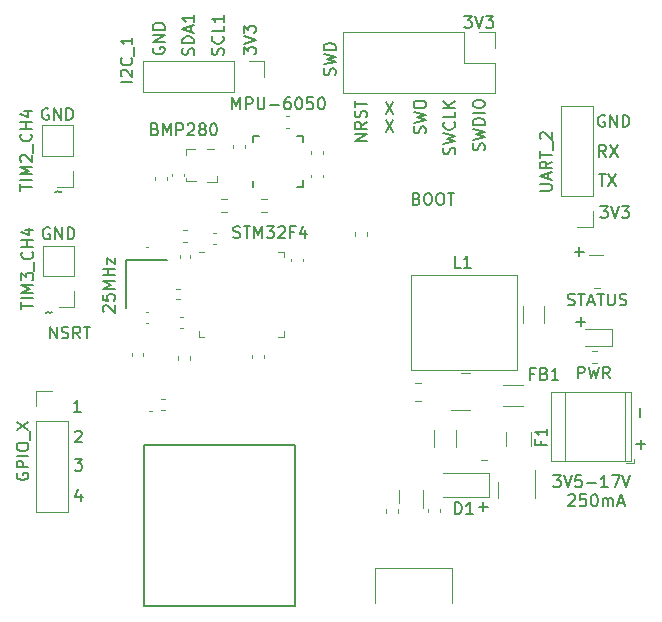
<source format=gbr>
%TF.GenerationSoftware,KiCad,Pcbnew,(6.0.7)*%
%TF.CreationDate,2022-09-16T23:20:04-07:00*%
%TF.ProjectId,All-in-one,416c6c2d-696e-42d6-9f6e-652e6b696361,rev?*%
%TF.SameCoordinates,Original*%
%TF.FileFunction,Legend,Top*%
%TF.FilePolarity,Positive*%
%FSLAX46Y46*%
G04 Gerber Fmt 4.6, Leading zero omitted, Abs format (unit mm)*
G04 Created by KiCad (PCBNEW (6.0.7)) date 2022-09-16 23:20:04*
%MOMM*%
%LPD*%
G01*
G04 APERTURE LIST*
%ADD10C,0.150000*%
%ADD11C,0.153000*%
%ADD12C,0.120000*%
%ADD13C,0.152400*%
%ADD14C,0.100000*%
%ADD15C,0.200000*%
G04 APERTURE END LIST*
D10*
X69123809Y-42204761D02*
X69266666Y-42252380D01*
X69504761Y-42252380D01*
X69600000Y-42204761D01*
X69647619Y-42157142D01*
X69695238Y-42061904D01*
X69695238Y-41966666D01*
X69647619Y-41871428D01*
X69600000Y-41823809D01*
X69504761Y-41776190D01*
X69314285Y-41728571D01*
X69219047Y-41680952D01*
X69171428Y-41633333D01*
X69123809Y-41538095D01*
X69123809Y-41442857D01*
X69171428Y-41347619D01*
X69219047Y-41300000D01*
X69314285Y-41252380D01*
X69552380Y-41252380D01*
X69695238Y-41300000D01*
X69980952Y-41252380D02*
X70552380Y-41252380D01*
X70266666Y-42252380D02*
X70266666Y-41252380D01*
X70838095Y-41966666D02*
X71314285Y-41966666D01*
X70742857Y-42252380D02*
X71076190Y-41252380D01*
X71409523Y-42252380D01*
X71600000Y-41252380D02*
X72171428Y-41252380D01*
X71885714Y-42252380D02*
X71885714Y-41252380D01*
X72504761Y-41252380D02*
X72504761Y-42061904D01*
X72552380Y-42157142D01*
X72600000Y-42204761D01*
X72695238Y-42252380D01*
X72885714Y-42252380D01*
X72980952Y-42204761D01*
X73028571Y-42157142D01*
X73076190Y-42061904D01*
X73076190Y-41252380D01*
X73504761Y-42204761D02*
X73647619Y-42252380D01*
X73885714Y-42252380D01*
X73980952Y-42204761D01*
X74028571Y-42157142D01*
X74076190Y-42061904D01*
X74076190Y-41966666D01*
X74028571Y-41871428D01*
X73980952Y-41823809D01*
X73885714Y-41776190D01*
X73695238Y-41728571D01*
X73600000Y-41680952D01*
X73552380Y-41633333D01*
X73504761Y-41538095D01*
X73504761Y-41442857D01*
X73552380Y-41347619D01*
X73600000Y-41300000D01*
X73695238Y-41252380D01*
X73933333Y-41252380D01*
X74076190Y-41300000D01*
X22852380Y-42552380D02*
X22852380Y-41980952D01*
X23852380Y-42266666D02*
X22852380Y-42266666D01*
X23852380Y-41647619D02*
X22852380Y-41647619D01*
X23852380Y-41171428D02*
X22852380Y-41171428D01*
X23566666Y-40838095D01*
X22852380Y-40504761D01*
X23852380Y-40504761D01*
X22852380Y-40123809D02*
X22852380Y-39504761D01*
X23233333Y-39838095D01*
X23233333Y-39695238D01*
X23280952Y-39600000D01*
X23328571Y-39552380D01*
X23423809Y-39504761D01*
X23661904Y-39504761D01*
X23757142Y-39552380D01*
X23804761Y-39600000D01*
X23852380Y-39695238D01*
X23852380Y-39980952D01*
X23804761Y-40076190D01*
X23757142Y-40123809D01*
X23947619Y-39314285D02*
X23947619Y-38552380D01*
X23757142Y-37742857D02*
X23804761Y-37790476D01*
X23852380Y-37933333D01*
X23852380Y-38028571D01*
X23804761Y-38171428D01*
X23709523Y-38266666D01*
X23614285Y-38314285D01*
X23423809Y-38361904D01*
X23280952Y-38361904D01*
X23090476Y-38314285D01*
X22995238Y-38266666D01*
X22900000Y-38171428D01*
X22852380Y-38028571D01*
X22852380Y-37933333D01*
X22900000Y-37790476D01*
X22947619Y-37742857D01*
X23852380Y-37314285D02*
X22852380Y-37314285D01*
X23328571Y-37314285D02*
X23328571Y-36742857D01*
X23852380Y-36742857D02*
X22852380Y-36742857D01*
X23185714Y-35838095D02*
X23852380Y-35838095D01*
X22804761Y-36076190D02*
X23519047Y-36314285D01*
X23519047Y-35695238D01*
X22752380Y-32552380D02*
X22752380Y-31980952D01*
X23752380Y-32266666D02*
X22752380Y-32266666D01*
X23752380Y-31647619D02*
X22752380Y-31647619D01*
X23752380Y-31171428D02*
X22752380Y-31171428D01*
X23466666Y-30838095D01*
X22752380Y-30504761D01*
X23752380Y-30504761D01*
X22847619Y-30076190D02*
X22800000Y-30028571D01*
X22752380Y-29933333D01*
X22752380Y-29695238D01*
X22800000Y-29600000D01*
X22847619Y-29552380D01*
X22942857Y-29504761D01*
X23038095Y-29504761D01*
X23180952Y-29552380D01*
X23752380Y-30123809D01*
X23752380Y-29504761D01*
X23847619Y-29314285D02*
X23847619Y-28552380D01*
X23657142Y-27742857D02*
X23704761Y-27790476D01*
X23752380Y-27933333D01*
X23752380Y-28028571D01*
X23704761Y-28171428D01*
X23609523Y-28266666D01*
X23514285Y-28314285D01*
X23323809Y-28361904D01*
X23180952Y-28361904D01*
X22990476Y-28314285D01*
X22895238Y-28266666D01*
X22800000Y-28171428D01*
X22752380Y-28028571D01*
X22752380Y-27933333D01*
X22800000Y-27790476D01*
X22847619Y-27742857D01*
X23752380Y-27314285D02*
X22752380Y-27314285D01*
X23228571Y-27314285D02*
X23228571Y-26742857D01*
X23752380Y-26742857D02*
X22752380Y-26742857D01*
X23085714Y-25838095D02*
X23752380Y-25838095D01*
X22704761Y-26076190D02*
X23419047Y-26314285D01*
X23419047Y-25695238D01*
X41677380Y-21008095D02*
X41677380Y-20389047D01*
X42058333Y-20722380D01*
X42058333Y-20579523D01*
X42105952Y-20484285D01*
X42153571Y-20436666D01*
X42248809Y-20389047D01*
X42486904Y-20389047D01*
X42582142Y-20436666D01*
X42629761Y-20484285D01*
X42677380Y-20579523D01*
X42677380Y-20865238D01*
X42629761Y-20960476D01*
X42582142Y-21008095D01*
X41677380Y-20103333D02*
X42677380Y-19770000D01*
X41677380Y-19436666D01*
X41677380Y-19198571D02*
X41677380Y-18579523D01*
X42058333Y-18912857D01*
X42058333Y-18770000D01*
X42105952Y-18674761D01*
X42153571Y-18627142D01*
X42248809Y-18579523D01*
X42486904Y-18579523D01*
X42582142Y-18627142D01*
X42629761Y-18674761D01*
X42677380Y-18770000D01*
X42677380Y-19055714D01*
X42629761Y-19150952D01*
X42582142Y-19198571D01*
X75680952Y-54028571D02*
X74919047Y-54028571D01*
X75300000Y-53647619D02*
X75300000Y-54409523D01*
X27414285Y-52947619D02*
X27461904Y-52900000D01*
X27557142Y-52852380D01*
X27795238Y-52852380D01*
X27890476Y-52900000D01*
X27938095Y-52947619D01*
X27985714Y-53042857D01*
X27985714Y-53138095D01*
X27938095Y-53280952D01*
X27366666Y-53852380D01*
X27985714Y-53852380D01*
X25138095Y-25600000D02*
X25042857Y-25552380D01*
X24900000Y-25552380D01*
X24757142Y-25600000D01*
X24661904Y-25695238D01*
X24614285Y-25790476D01*
X24566666Y-25980952D01*
X24566666Y-26123809D01*
X24614285Y-26314285D01*
X24661904Y-26409523D01*
X24757142Y-26504761D01*
X24900000Y-26552380D01*
X24995238Y-26552380D01*
X25138095Y-26504761D01*
X25185714Y-26457142D01*
X25185714Y-26123809D01*
X24995238Y-26123809D01*
X25614285Y-26552380D02*
X25614285Y-25552380D01*
X26185714Y-26552380D01*
X26185714Y-25552380D01*
X26661904Y-26552380D02*
X26661904Y-25552380D01*
X26900000Y-25552380D01*
X27042857Y-25600000D01*
X27138095Y-25695238D01*
X27185714Y-25790476D01*
X27233333Y-25980952D01*
X27233333Y-26123809D01*
X27185714Y-26314285D01*
X27138095Y-26409523D01*
X27042857Y-26504761D01*
X26900000Y-26552380D01*
X26661904Y-26552380D01*
X71738095Y-31152380D02*
X72309523Y-31152380D01*
X72023809Y-32152380D02*
X72023809Y-31152380D01*
X72547619Y-31152380D02*
X73214285Y-32152380D01*
X73214285Y-31152380D02*
X72547619Y-32152380D01*
X75228571Y-50919047D02*
X75228571Y-51680952D01*
X22500000Y-56457142D02*
X22452380Y-56552380D01*
X22452380Y-56695238D01*
X22500000Y-56838095D01*
X22595238Y-56933333D01*
X22690476Y-56980952D01*
X22880952Y-57028571D01*
X23023809Y-57028571D01*
X23214285Y-56980952D01*
X23309523Y-56933333D01*
X23404761Y-56838095D01*
X23452380Y-56695238D01*
X23452380Y-56600000D01*
X23404761Y-56457142D01*
X23357142Y-56409523D01*
X23023809Y-56409523D01*
X23023809Y-56600000D01*
X23452380Y-55980952D02*
X22452380Y-55980952D01*
X22452380Y-55600000D01*
X22500000Y-55504761D01*
X22547619Y-55457142D01*
X22642857Y-55409523D01*
X22785714Y-55409523D01*
X22880952Y-55457142D01*
X22928571Y-55504761D01*
X22976190Y-55600000D01*
X22976190Y-55980952D01*
X23452380Y-54980952D02*
X22452380Y-54980952D01*
X22452380Y-54314285D02*
X22452380Y-54123809D01*
X22500000Y-54028571D01*
X22595238Y-53933333D01*
X22785714Y-53885714D01*
X23119047Y-53885714D01*
X23309523Y-53933333D01*
X23404761Y-54028571D01*
X23452380Y-54123809D01*
X23452380Y-54314285D01*
X23404761Y-54409523D01*
X23309523Y-54504761D01*
X23119047Y-54552380D01*
X22785714Y-54552380D01*
X22595238Y-54504761D01*
X22500000Y-54409523D01*
X22452380Y-54314285D01*
X23547619Y-53695238D02*
X23547619Y-52933333D01*
X22452380Y-52790476D02*
X23452380Y-52123809D01*
X22452380Y-52123809D02*
X23452380Y-52790476D01*
X29847619Y-42811904D02*
X29800000Y-42764285D01*
X29752380Y-42669047D01*
X29752380Y-42430952D01*
X29800000Y-42335714D01*
X29847619Y-42288095D01*
X29942857Y-42240476D01*
X30038095Y-42240476D01*
X30180952Y-42288095D01*
X30752380Y-42859523D01*
X30752380Y-42240476D01*
X29752380Y-41335714D02*
X29752380Y-41811904D01*
X30228571Y-41859523D01*
X30180952Y-41811904D01*
X30133333Y-41716666D01*
X30133333Y-41478571D01*
X30180952Y-41383333D01*
X30228571Y-41335714D01*
X30323809Y-41288095D01*
X30561904Y-41288095D01*
X30657142Y-41335714D01*
X30704761Y-41383333D01*
X30752380Y-41478571D01*
X30752380Y-41716666D01*
X30704761Y-41811904D01*
X30657142Y-41859523D01*
X30752380Y-40859523D02*
X29752380Y-40859523D01*
X30466666Y-40526190D01*
X29752380Y-40192857D01*
X30752380Y-40192857D01*
X30752380Y-39716666D02*
X29752380Y-39716666D01*
X30228571Y-39716666D02*
X30228571Y-39145238D01*
X30752380Y-39145238D02*
X29752380Y-39145238D01*
X30085714Y-38764285D02*
X30085714Y-38240476D01*
X30752380Y-38764285D01*
X30752380Y-38240476D01*
X24938095Y-42871428D02*
X24985714Y-42823809D01*
X25080952Y-42776190D01*
X25271428Y-42871428D01*
X25366666Y-42823809D01*
X25414285Y-42776190D01*
X27885714Y-51252380D02*
X27314285Y-51252380D01*
X27600000Y-51252380D02*
X27600000Y-50252380D01*
X27504761Y-50395238D01*
X27409523Y-50490476D01*
X27314285Y-50538095D01*
X54358333Y-27547619D02*
X53691666Y-26547619D01*
X53691666Y-27547619D02*
X54358333Y-26547619D01*
X39929761Y-21036666D02*
X39977380Y-20893809D01*
X39977380Y-20655714D01*
X39929761Y-20560476D01*
X39882142Y-20512857D01*
X39786904Y-20465238D01*
X39691666Y-20465238D01*
X39596428Y-20512857D01*
X39548809Y-20560476D01*
X39501190Y-20655714D01*
X39453571Y-20846190D01*
X39405952Y-20941428D01*
X39358333Y-20989047D01*
X39263095Y-21036666D01*
X39167857Y-21036666D01*
X39072619Y-20989047D01*
X39025000Y-20941428D01*
X38977380Y-20846190D01*
X38977380Y-20608095D01*
X39025000Y-20465238D01*
X39882142Y-19465238D02*
X39929761Y-19512857D01*
X39977380Y-19655714D01*
X39977380Y-19750952D01*
X39929761Y-19893809D01*
X39834523Y-19989047D01*
X39739285Y-20036666D01*
X39548809Y-20084285D01*
X39405952Y-20084285D01*
X39215476Y-20036666D01*
X39120238Y-19989047D01*
X39025000Y-19893809D01*
X38977380Y-19750952D01*
X38977380Y-19655714D01*
X39025000Y-19512857D01*
X39072619Y-19465238D01*
X39977380Y-18560476D02*
X39977380Y-19036666D01*
X38977380Y-19036666D01*
X39977380Y-17703333D02*
X39977380Y-18274761D01*
X39977380Y-17989047D02*
X38977380Y-17989047D01*
X39120238Y-18084285D01*
X39215476Y-18179523D01*
X39263095Y-18274761D01*
X27366666Y-55252380D02*
X27985714Y-55252380D01*
X27652380Y-55633333D01*
X27795238Y-55633333D01*
X27890476Y-55680952D01*
X27938095Y-55728571D01*
X27985714Y-55823809D01*
X27985714Y-56061904D01*
X27938095Y-56157142D01*
X27890476Y-56204761D01*
X27795238Y-56252380D01*
X27509523Y-56252380D01*
X27414285Y-56204761D01*
X27366666Y-56157142D01*
X27890476Y-58185714D02*
X27890476Y-58852380D01*
X27652380Y-57804761D02*
X27414285Y-58519047D01*
X28033333Y-58519047D01*
X57029761Y-27680952D02*
X57077380Y-27538095D01*
X57077380Y-27300000D01*
X57029761Y-27204761D01*
X56982142Y-27157142D01*
X56886904Y-27109523D01*
X56791666Y-27109523D01*
X56696428Y-27157142D01*
X56648809Y-27204761D01*
X56601190Y-27300000D01*
X56553571Y-27490476D01*
X56505952Y-27585714D01*
X56458333Y-27633333D01*
X56363095Y-27680952D01*
X56267857Y-27680952D01*
X56172619Y-27633333D01*
X56125000Y-27585714D01*
X56077380Y-27490476D01*
X56077380Y-27252380D01*
X56125000Y-27109523D01*
X56077380Y-26776190D02*
X57077380Y-26538095D01*
X56363095Y-26347619D01*
X57077380Y-26157142D01*
X56077380Y-25919047D01*
X56077380Y-25347619D02*
X56077380Y-25157142D01*
X56125000Y-25061904D01*
X56220238Y-24966666D01*
X56410714Y-24919047D01*
X56744047Y-24919047D01*
X56934523Y-24966666D01*
X57029761Y-25061904D01*
X57077380Y-25157142D01*
X57077380Y-25347619D01*
X57029761Y-25442857D01*
X56934523Y-25538095D01*
X56744047Y-25585714D01*
X56410714Y-25585714D01*
X56220238Y-25538095D01*
X56125000Y-25442857D01*
X56077380Y-25347619D01*
X25738095Y-32671428D02*
X25785714Y-32623809D01*
X25880952Y-32576190D01*
X26071428Y-32671428D01*
X26166666Y-32623809D01*
X26214285Y-32576190D01*
X34025000Y-20431904D02*
X33977380Y-20527142D01*
X33977380Y-20670000D01*
X34025000Y-20812857D01*
X34120238Y-20908095D01*
X34215476Y-20955714D01*
X34405952Y-21003333D01*
X34548809Y-21003333D01*
X34739285Y-20955714D01*
X34834523Y-20908095D01*
X34929761Y-20812857D01*
X34977380Y-20670000D01*
X34977380Y-20574761D01*
X34929761Y-20431904D01*
X34882142Y-20384285D01*
X34548809Y-20384285D01*
X34548809Y-20574761D01*
X34977380Y-19955714D02*
X33977380Y-19955714D01*
X34977380Y-19384285D01*
X33977380Y-19384285D01*
X34977380Y-18908095D02*
X33977380Y-18908095D01*
X33977380Y-18670000D01*
X34025000Y-18527142D01*
X34120238Y-18431904D01*
X34215476Y-18384285D01*
X34405952Y-18336666D01*
X34548809Y-18336666D01*
X34739285Y-18384285D01*
X34834523Y-18431904D01*
X34929761Y-18527142D01*
X34977380Y-18670000D01*
X34977380Y-18908095D01*
X70480952Y-37728571D02*
X69719047Y-37728571D01*
X70100000Y-37347619D02*
X70100000Y-38109523D01*
X71861904Y-33852380D02*
X72480952Y-33852380D01*
X72147619Y-34233333D01*
X72290476Y-34233333D01*
X72385714Y-34280952D01*
X72433333Y-34328571D01*
X72480952Y-34423809D01*
X72480952Y-34661904D01*
X72433333Y-34757142D01*
X72385714Y-34804761D01*
X72290476Y-34852380D01*
X72004761Y-34852380D01*
X71909523Y-34804761D01*
X71861904Y-34757142D01*
X72766666Y-33852380D02*
X73100000Y-34852380D01*
X73433333Y-33852380D01*
X73671428Y-33852380D02*
X74290476Y-33852380D01*
X73957142Y-34233333D01*
X74100000Y-34233333D01*
X74195238Y-34280952D01*
X74242857Y-34328571D01*
X74290476Y-34423809D01*
X74290476Y-34661904D01*
X74242857Y-34757142D01*
X74195238Y-34804761D01*
X74100000Y-34852380D01*
X73814285Y-34852380D01*
X73719047Y-34804761D01*
X73671428Y-34757142D01*
X59529761Y-29461904D02*
X59577380Y-29319047D01*
X59577380Y-29080952D01*
X59529761Y-28985714D01*
X59482142Y-28938095D01*
X59386904Y-28890476D01*
X59291666Y-28890476D01*
X59196428Y-28938095D01*
X59148809Y-28985714D01*
X59101190Y-29080952D01*
X59053571Y-29271428D01*
X59005952Y-29366666D01*
X58958333Y-29414285D01*
X58863095Y-29461904D01*
X58767857Y-29461904D01*
X58672619Y-29414285D01*
X58625000Y-29366666D01*
X58577380Y-29271428D01*
X58577380Y-29033333D01*
X58625000Y-28890476D01*
X58577380Y-28557142D02*
X59577380Y-28319047D01*
X58863095Y-28128571D01*
X59577380Y-27938095D01*
X58577380Y-27700000D01*
X59482142Y-26747619D02*
X59529761Y-26795238D01*
X59577380Y-26938095D01*
X59577380Y-27033333D01*
X59529761Y-27176190D01*
X59434523Y-27271428D01*
X59339285Y-27319047D01*
X59148809Y-27366666D01*
X59005952Y-27366666D01*
X58815476Y-27319047D01*
X58720238Y-27271428D01*
X58625000Y-27176190D01*
X58577380Y-27033333D01*
X58577380Y-26938095D01*
X58625000Y-26795238D01*
X58672619Y-26747619D01*
X59577380Y-25842857D02*
X59577380Y-26319047D01*
X58577380Y-26319047D01*
X59577380Y-25509523D02*
X58577380Y-25509523D01*
X59577380Y-24938095D02*
X59005952Y-25366666D01*
X58577380Y-24938095D02*
X59148809Y-25509523D01*
X72238095Y-26200000D02*
X72142857Y-26152380D01*
X72000000Y-26152380D01*
X71857142Y-26200000D01*
X71761904Y-26295238D01*
X71714285Y-26390476D01*
X71666666Y-26580952D01*
X71666666Y-26723809D01*
X71714285Y-26914285D01*
X71761904Y-27009523D01*
X71857142Y-27104761D01*
X72000000Y-27152380D01*
X72095238Y-27152380D01*
X72238095Y-27104761D01*
X72285714Y-27057142D01*
X72285714Y-26723809D01*
X72095238Y-26723809D01*
X72714285Y-27152380D02*
X72714285Y-26152380D01*
X73285714Y-27152380D01*
X73285714Y-26152380D01*
X73761904Y-27152380D02*
X73761904Y-26152380D01*
X74000000Y-26152380D01*
X74142857Y-26200000D01*
X74238095Y-26295238D01*
X74285714Y-26390476D01*
X74333333Y-26580952D01*
X74333333Y-26723809D01*
X74285714Y-26914285D01*
X74238095Y-27009523D01*
X74142857Y-27104761D01*
X74000000Y-27152380D01*
X73761904Y-27152380D01*
X72333333Y-29677380D02*
X72000000Y-29201190D01*
X71761904Y-29677380D02*
X71761904Y-28677380D01*
X72142857Y-28677380D01*
X72238095Y-28725000D01*
X72285714Y-28772619D01*
X72333333Y-28867857D01*
X72333333Y-29010714D01*
X72285714Y-29105952D01*
X72238095Y-29153571D01*
X72142857Y-29201190D01*
X71761904Y-29201190D01*
X72666666Y-28677380D02*
X73333333Y-29677380D01*
X73333333Y-28677380D02*
X72666666Y-29677380D01*
X69966666Y-48432380D02*
X69966666Y-47432380D01*
X70347619Y-47432380D01*
X70442857Y-47480000D01*
X70490476Y-47527619D01*
X70538095Y-47622857D01*
X70538095Y-47765714D01*
X70490476Y-47860952D01*
X70442857Y-47908571D01*
X70347619Y-47956190D01*
X69966666Y-47956190D01*
X70871428Y-47432380D02*
X71109523Y-48432380D01*
X71300000Y-47718095D01*
X71490476Y-48432380D01*
X71728571Y-47432380D01*
X72680952Y-48432380D02*
X72347619Y-47956190D01*
X72109523Y-48432380D02*
X72109523Y-47432380D01*
X72490476Y-47432380D01*
X72585714Y-47480000D01*
X72633333Y-47527619D01*
X72680952Y-47622857D01*
X72680952Y-47765714D01*
X72633333Y-47860952D01*
X72585714Y-47908571D01*
X72490476Y-47956190D01*
X72109523Y-47956190D01*
X52077380Y-28342857D02*
X51077380Y-28342857D01*
X52077380Y-27771428D01*
X51077380Y-27771428D01*
X52077380Y-26723809D02*
X51601190Y-27057142D01*
X52077380Y-27295238D02*
X51077380Y-27295238D01*
X51077380Y-26914285D01*
X51125000Y-26819047D01*
X51172619Y-26771428D01*
X51267857Y-26723809D01*
X51410714Y-26723809D01*
X51505952Y-26771428D01*
X51553571Y-26819047D01*
X51601190Y-26914285D01*
X51601190Y-27295238D01*
X52029761Y-26342857D02*
X52077380Y-26200000D01*
X52077380Y-25961904D01*
X52029761Y-25866666D01*
X51982142Y-25819047D01*
X51886904Y-25771428D01*
X51791666Y-25771428D01*
X51696428Y-25819047D01*
X51648809Y-25866666D01*
X51601190Y-25961904D01*
X51553571Y-26152380D01*
X51505952Y-26247619D01*
X51458333Y-26295238D01*
X51363095Y-26342857D01*
X51267857Y-26342857D01*
X51172619Y-26295238D01*
X51125000Y-26247619D01*
X51077380Y-26152380D01*
X51077380Y-25914285D01*
X51125000Y-25771428D01*
X51077380Y-25485714D02*
X51077380Y-24914285D01*
X52077380Y-25200000D02*
X51077380Y-25200000D01*
X67880952Y-56647380D02*
X68500000Y-56647380D01*
X68166666Y-57028333D01*
X68309523Y-57028333D01*
X68404761Y-57075952D01*
X68452380Y-57123571D01*
X68500000Y-57218809D01*
X68500000Y-57456904D01*
X68452380Y-57552142D01*
X68404761Y-57599761D01*
X68309523Y-57647380D01*
X68023809Y-57647380D01*
X67928571Y-57599761D01*
X67880952Y-57552142D01*
X68785714Y-56647380D02*
X69119047Y-57647380D01*
X69452380Y-56647380D01*
X70261904Y-56647380D02*
X69785714Y-56647380D01*
X69738095Y-57123571D01*
X69785714Y-57075952D01*
X69880952Y-57028333D01*
X70119047Y-57028333D01*
X70214285Y-57075952D01*
X70261904Y-57123571D01*
X70309523Y-57218809D01*
X70309523Y-57456904D01*
X70261904Y-57552142D01*
X70214285Y-57599761D01*
X70119047Y-57647380D01*
X69880952Y-57647380D01*
X69785714Y-57599761D01*
X69738095Y-57552142D01*
X70738095Y-57266428D02*
X71500000Y-57266428D01*
X72500000Y-57647380D02*
X71928571Y-57647380D01*
X72214285Y-57647380D02*
X72214285Y-56647380D01*
X72119047Y-56790238D01*
X72023809Y-56885476D01*
X71928571Y-56933095D01*
X72833333Y-56647380D02*
X73500000Y-56647380D01*
X73071428Y-57647380D01*
X73738095Y-56647380D02*
X74071428Y-57647380D01*
X74404761Y-56647380D01*
X69166666Y-58352619D02*
X69214285Y-58305000D01*
X69309523Y-58257380D01*
X69547619Y-58257380D01*
X69642857Y-58305000D01*
X69690476Y-58352619D01*
X69738095Y-58447857D01*
X69738095Y-58543095D01*
X69690476Y-58685952D01*
X69119047Y-59257380D01*
X69738095Y-59257380D01*
X70642857Y-58257380D02*
X70166666Y-58257380D01*
X70119047Y-58733571D01*
X70166666Y-58685952D01*
X70261904Y-58638333D01*
X70500000Y-58638333D01*
X70595238Y-58685952D01*
X70642857Y-58733571D01*
X70690476Y-58828809D01*
X70690476Y-59066904D01*
X70642857Y-59162142D01*
X70595238Y-59209761D01*
X70500000Y-59257380D01*
X70261904Y-59257380D01*
X70166666Y-59209761D01*
X70119047Y-59162142D01*
X71309523Y-58257380D02*
X71404761Y-58257380D01*
X71500000Y-58305000D01*
X71547619Y-58352619D01*
X71595238Y-58447857D01*
X71642857Y-58638333D01*
X71642857Y-58876428D01*
X71595238Y-59066904D01*
X71547619Y-59162142D01*
X71500000Y-59209761D01*
X71404761Y-59257380D01*
X71309523Y-59257380D01*
X71214285Y-59209761D01*
X71166666Y-59162142D01*
X71119047Y-59066904D01*
X71071428Y-58876428D01*
X71071428Y-58638333D01*
X71119047Y-58447857D01*
X71166666Y-58352619D01*
X71214285Y-58305000D01*
X71309523Y-58257380D01*
X72071428Y-59257380D02*
X72071428Y-58590714D01*
X72071428Y-58685952D02*
X72119047Y-58638333D01*
X72214285Y-58590714D01*
X72357142Y-58590714D01*
X72452380Y-58638333D01*
X72500000Y-58733571D01*
X72500000Y-59257380D01*
X72500000Y-58733571D02*
X72547619Y-58638333D01*
X72642857Y-58590714D01*
X72785714Y-58590714D01*
X72880952Y-58638333D01*
X72928571Y-58733571D01*
X72928571Y-59257380D01*
X73357142Y-58971666D02*
X73833333Y-58971666D01*
X73261904Y-59257380D02*
X73595238Y-58257380D01*
X73928571Y-59257380D01*
X69819047Y-43651428D02*
X70580952Y-43651428D01*
X70200000Y-44032380D02*
X70200000Y-43270476D01*
X40804761Y-36504761D02*
X40947619Y-36552380D01*
X41185714Y-36552380D01*
X41280952Y-36504761D01*
X41328571Y-36457142D01*
X41376190Y-36361904D01*
X41376190Y-36266666D01*
X41328571Y-36171428D01*
X41280952Y-36123809D01*
X41185714Y-36076190D01*
X40995238Y-36028571D01*
X40900000Y-35980952D01*
X40852380Y-35933333D01*
X40804761Y-35838095D01*
X40804761Y-35742857D01*
X40852380Y-35647619D01*
X40900000Y-35600000D01*
X40995238Y-35552380D01*
X41233333Y-35552380D01*
X41376190Y-35600000D01*
X41661904Y-35552380D02*
X42233333Y-35552380D01*
X41947619Y-36552380D02*
X41947619Y-35552380D01*
X42566666Y-36552380D02*
X42566666Y-35552380D01*
X42900000Y-36266666D01*
X43233333Y-35552380D01*
X43233333Y-36552380D01*
X43614285Y-35552380D02*
X44233333Y-35552380D01*
X43900000Y-35933333D01*
X44042857Y-35933333D01*
X44138095Y-35980952D01*
X44185714Y-36028571D01*
X44233333Y-36123809D01*
X44233333Y-36361904D01*
X44185714Y-36457142D01*
X44138095Y-36504761D01*
X44042857Y-36552380D01*
X43757142Y-36552380D01*
X43661904Y-36504761D01*
X43614285Y-36457142D01*
X44614285Y-35647619D02*
X44661904Y-35600000D01*
X44757142Y-35552380D01*
X44995238Y-35552380D01*
X45090476Y-35600000D01*
X45138095Y-35647619D01*
X45185714Y-35742857D01*
X45185714Y-35838095D01*
X45138095Y-35980952D01*
X44566666Y-36552380D01*
X45185714Y-36552380D01*
X45947619Y-36028571D02*
X45614285Y-36028571D01*
X45614285Y-36552380D02*
X45614285Y-35552380D01*
X46090476Y-35552380D01*
X46900000Y-35885714D02*
X46900000Y-36552380D01*
X46661904Y-35504761D02*
X46423809Y-36219047D01*
X47042857Y-36219047D01*
X62029761Y-29119047D02*
X62077380Y-28976190D01*
X62077380Y-28738095D01*
X62029761Y-28642857D01*
X61982142Y-28595238D01*
X61886904Y-28547619D01*
X61791666Y-28547619D01*
X61696428Y-28595238D01*
X61648809Y-28642857D01*
X61601190Y-28738095D01*
X61553571Y-28928571D01*
X61505952Y-29023809D01*
X61458333Y-29071428D01*
X61363095Y-29119047D01*
X61267857Y-29119047D01*
X61172619Y-29071428D01*
X61125000Y-29023809D01*
X61077380Y-28928571D01*
X61077380Y-28690476D01*
X61125000Y-28547619D01*
X61077380Y-28214285D02*
X62077380Y-27976190D01*
X61363095Y-27785714D01*
X62077380Y-27595238D01*
X61077380Y-27357142D01*
X62077380Y-26976190D02*
X61077380Y-26976190D01*
X61077380Y-26738095D01*
X61125000Y-26595238D01*
X61220238Y-26500000D01*
X61315476Y-26452380D01*
X61505952Y-26404761D01*
X61648809Y-26404761D01*
X61839285Y-26452380D01*
X61934523Y-26500000D01*
X62029761Y-26595238D01*
X62077380Y-26738095D01*
X62077380Y-26976190D01*
X62077380Y-25976190D02*
X61077380Y-25976190D01*
X61077380Y-25309523D02*
X61077380Y-25119047D01*
X61125000Y-25023809D01*
X61220238Y-24928571D01*
X61410714Y-24880952D01*
X61744047Y-24880952D01*
X61934523Y-24928571D01*
X62029761Y-25023809D01*
X62077380Y-25119047D01*
X62077380Y-25309523D01*
X62029761Y-25404761D01*
X61934523Y-25500000D01*
X61744047Y-25547619D01*
X61410714Y-25547619D01*
X61220238Y-25500000D01*
X61125000Y-25404761D01*
X61077380Y-25309523D01*
X54358333Y-26047619D02*
X53691666Y-25047619D01*
X53691666Y-26047619D02*
X54358333Y-25047619D01*
X61971428Y-59680952D02*
X61971428Y-58919047D01*
X62352380Y-59300000D02*
X61590476Y-59300000D01*
X25238095Y-35700000D02*
X25142857Y-35652380D01*
X25000000Y-35652380D01*
X24857142Y-35700000D01*
X24761904Y-35795238D01*
X24714285Y-35890476D01*
X24666666Y-36080952D01*
X24666666Y-36223809D01*
X24714285Y-36414285D01*
X24761904Y-36509523D01*
X24857142Y-36604761D01*
X25000000Y-36652380D01*
X25095238Y-36652380D01*
X25238095Y-36604761D01*
X25285714Y-36557142D01*
X25285714Y-36223809D01*
X25095238Y-36223809D01*
X25714285Y-36652380D02*
X25714285Y-35652380D01*
X26285714Y-36652380D01*
X26285714Y-35652380D01*
X26761904Y-36652380D02*
X26761904Y-35652380D01*
X27000000Y-35652380D01*
X27142857Y-35700000D01*
X27238095Y-35795238D01*
X27285714Y-35890476D01*
X27333333Y-36080952D01*
X27333333Y-36223809D01*
X27285714Y-36414285D01*
X27238095Y-36509523D01*
X27142857Y-36604761D01*
X27000000Y-36652380D01*
X26761904Y-36652380D01*
X37429761Y-21060476D02*
X37477380Y-20917619D01*
X37477380Y-20679523D01*
X37429761Y-20584285D01*
X37382142Y-20536666D01*
X37286904Y-20489047D01*
X37191666Y-20489047D01*
X37096428Y-20536666D01*
X37048809Y-20584285D01*
X37001190Y-20679523D01*
X36953571Y-20870000D01*
X36905952Y-20965238D01*
X36858333Y-21012857D01*
X36763095Y-21060476D01*
X36667857Y-21060476D01*
X36572619Y-21012857D01*
X36525000Y-20965238D01*
X36477380Y-20870000D01*
X36477380Y-20631904D01*
X36525000Y-20489047D01*
X37477380Y-20060476D02*
X36477380Y-20060476D01*
X36477380Y-19822380D01*
X36525000Y-19679523D01*
X36620238Y-19584285D01*
X36715476Y-19536666D01*
X36905952Y-19489047D01*
X37048809Y-19489047D01*
X37239285Y-19536666D01*
X37334523Y-19584285D01*
X37429761Y-19679523D01*
X37477380Y-19822380D01*
X37477380Y-20060476D01*
X37191666Y-19108095D02*
X37191666Y-18631904D01*
X37477380Y-19203333D02*
X36477380Y-18870000D01*
X37477380Y-18536666D01*
X37477380Y-17679523D02*
X37477380Y-18250952D01*
X37477380Y-17965238D02*
X36477380Y-17965238D01*
X36620238Y-18060476D01*
X36715476Y-18155714D01*
X36763095Y-18250952D01*
X60361904Y-17752380D02*
X60980952Y-17752380D01*
X60647619Y-18133333D01*
X60790476Y-18133333D01*
X60885714Y-18180952D01*
X60933333Y-18228571D01*
X60980952Y-18323809D01*
X60980952Y-18561904D01*
X60933333Y-18657142D01*
X60885714Y-18704761D01*
X60790476Y-18752380D01*
X60504761Y-18752380D01*
X60409523Y-18704761D01*
X60361904Y-18657142D01*
X61266666Y-17752380D02*
X61600000Y-18752380D01*
X61933333Y-17752380D01*
X62171428Y-17752380D02*
X62790476Y-17752380D01*
X62457142Y-18133333D01*
X62600000Y-18133333D01*
X62695238Y-18180952D01*
X62742857Y-18228571D01*
X62790476Y-18323809D01*
X62790476Y-18561904D01*
X62742857Y-18657142D01*
X62695238Y-18704761D01*
X62600000Y-18752380D01*
X62314285Y-18752380D01*
X62219047Y-18704761D01*
X62171428Y-18657142D01*
%TO.C,F1*%
X66828571Y-53733333D02*
X66828571Y-54066666D01*
X67352380Y-54066666D02*
X66352380Y-54066666D01*
X66352380Y-53590476D01*
X67352380Y-52685714D02*
X67352380Y-53257142D01*
X67352380Y-52971428D02*
X66352380Y-52971428D01*
X66495238Y-53066666D01*
X66590476Y-53161904D01*
X66638095Y-53257142D01*
%TO.C,FB1*%
X66266666Y-48028571D02*
X65933333Y-48028571D01*
X65933333Y-48552380D02*
X65933333Y-47552380D01*
X66409523Y-47552380D01*
X67123809Y-48028571D02*
X67266666Y-48076190D01*
X67314285Y-48123809D01*
X67361904Y-48219047D01*
X67361904Y-48361904D01*
X67314285Y-48457142D01*
X67266666Y-48504761D01*
X67171428Y-48552380D01*
X66790476Y-48552380D01*
X66790476Y-47552380D01*
X67123809Y-47552380D01*
X67219047Y-47600000D01*
X67266666Y-47647619D01*
X67314285Y-47742857D01*
X67314285Y-47838095D01*
X67266666Y-47933333D01*
X67219047Y-47980952D01*
X67123809Y-48028571D01*
X66790476Y-48028571D01*
X68314285Y-48552380D02*
X67742857Y-48552380D01*
X68028571Y-48552380D02*
X68028571Y-47552380D01*
X67933333Y-47695238D01*
X67838095Y-47790476D01*
X67742857Y-47838095D01*
%TO.C,SW1*%
X25257142Y-45052380D02*
X25257142Y-44052380D01*
X25828571Y-45052380D01*
X25828571Y-44052380D01*
X26257142Y-45004761D02*
X26400000Y-45052380D01*
X26638095Y-45052380D01*
X26733333Y-45004761D01*
X26780952Y-44957142D01*
X26828571Y-44861904D01*
X26828571Y-44766666D01*
X26780952Y-44671428D01*
X26733333Y-44623809D01*
X26638095Y-44576190D01*
X26447619Y-44528571D01*
X26352380Y-44480952D01*
X26304761Y-44433333D01*
X26257142Y-44338095D01*
X26257142Y-44242857D01*
X26304761Y-44147619D01*
X26352380Y-44100000D01*
X26447619Y-44052380D01*
X26685714Y-44052380D01*
X26828571Y-44100000D01*
X27828571Y-45052380D02*
X27495238Y-44576190D01*
X27257142Y-45052380D02*
X27257142Y-44052380D01*
X27638095Y-44052380D01*
X27733333Y-44100000D01*
X27780952Y-44147619D01*
X27828571Y-44242857D01*
X27828571Y-44385714D01*
X27780952Y-44480952D01*
X27733333Y-44528571D01*
X27638095Y-44576190D01*
X27257142Y-44576190D01*
X28114285Y-44052380D02*
X28685714Y-44052380D01*
X28400000Y-45052380D02*
X28400000Y-44052380D01*
%TO.C,J9*%
X66752380Y-32552380D02*
X67561904Y-32552380D01*
X67657142Y-32504761D01*
X67704761Y-32457142D01*
X67752380Y-32361904D01*
X67752380Y-32171428D01*
X67704761Y-32076190D01*
X67657142Y-32028571D01*
X67561904Y-31980952D01*
X66752380Y-31980952D01*
X67466666Y-31552380D02*
X67466666Y-31076190D01*
X67752380Y-31647619D02*
X66752380Y-31314285D01*
X67752380Y-30980952D01*
X67752380Y-30076190D02*
X67276190Y-30409523D01*
X67752380Y-30647619D02*
X66752380Y-30647619D01*
X66752380Y-30266666D01*
X66800000Y-30171428D01*
X66847619Y-30123809D01*
X66942857Y-30076190D01*
X67085714Y-30076190D01*
X67180952Y-30123809D01*
X67228571Y-30171428D01*
X67276190Y-30266666D01*
X67276190Y-30647619D01*
X66752380Y-29790476D02*
X66752380Y-29219047D01*
X67752380Y-29504761D02*
X66752380Y-29504761D01*
X67847619Y-29123809D02*
X67847619Y-28361904D01*
X66847619Y-28171428D02*
X66800000Y-28123809D01*
X66752380Y-28028571D01*
X66752380Y-27790476D01*
X66800000Y-27695238D01*
X66847619Y-27647619D01*
X66942857Y-27600000D01*
X67038095Y-27600000D01*
X67180952Y-27647619D01*
X67752380Y-28219047D01*
X67752380Y-27600000D01*
%TO.C,SW2*%
X56317857Y-33228571D02*
X56460714Y-33276190D01*
X56508333Y-33323809D01*
X56555952Y-33419047D01*
X56555952Y-33561904D01*
X56508333Y-33657142D01*
X56460714Y-33704761D01*
X56365476Y-33752380D01*
X55984523Y-33752380D01*
X55984523Y-32752380D01*
X56317857Y-32752380D01*
X56413095Y-32800000D01*
X56460714Y-32847619D01*
X56508333Y-32942857D01*
X56508333Y-33038095D01*
X56460714Y-33133333D01*
X56413095Y-33180952D01*
X56317857Y-33228571D01*
X55984523Y-33228571D01*
X57175000Y-32752380D02*
X57365476Y-32752380D01*
X57460714Y-32800000D01*
X57555952Y-32895238D01*
X57603571Y-33085714D01*
X57603571Y-33419047D01*
X57555952Y-33609523D01*
X57460714Y-33704761D01*
X57365476Y-33752380D01*
X57175000Y-33752380D01*
X57079761Y-33704761D01*
X56984523Y-33609523D01*
X56936904Y-33419047D01*
X56936904Y-33085714D01*
X56984523Y-32895238D01*
X57079761Y-32800000D01*
X57175000Y-32752380D01*
X58222619Y-32752380D02*
X58413095Y-32752380D01*
X58508333Y-32800000D01*
X58603571Y-32895238D01*
X58651190Y-33085714D01*
X58651190Y-33419047D01*
X58603571Y-33609523D01*
X58508333Y-33704761D01*
X58413095Y-33752380D01*
X58222619Y-33752380D01*
X58127380Y-33704761D01*
X58032142Y-33609523D01*
X57984523Y-33419047D01*
X57984523Y-33085714D01*
X58032142Y-32895238D01*
X58127380Y-32800000D01*
X58222619Y-32752380D01*
X58936904Y-32752380D02*
X59508333Y-32752380D01*
X59222619Y-33752380D02*
X59222619Y-32752380D01*
D11*
%TO.C,U4*%
X40719047Y-25652380D02*
X40719047Y-24652380D01*
X41052380Y-25366666D01*
X41385714Y-24652380D01*
X41385714Y-25652380D01*
X41861904Y-25652380D02*
X41861904Y-24652380D01*
X42242857Y-24652380D01*
X42338095Y-24700000D01*
X42385714Y-24747619D01*
X42433333Y-24842857D01*
X42433333Y-24985714D01*
X42385714Y-25080952D01*
X42338095Y-25128571D01*
X42242857Y-25176190D01*
X41861904Y-25176190D01*
X42861904Y-24652380D02*
X42861904Y-25461904D01*
X42909523Y-25557142D01*
X42957142Y-25604761D01*
X43052380Y-25652380D01*
X43242857Y-25652380D01*
X43338095Y-25604761D01*
X43385714Y-25557142D01*
X43433333Y-25461904D01*
X43433333Y-24652380D01*
X43909523Y-25271428D02*
X44671428Y-25271428D01*
X45576190Y-24652380D02*
X45385714Y-24652380D01*
X45290476Y-24700000D01*
X45242857Y-24747619D01*
X45147619Y-24890476D01*
X45100000Y-25080952D01*
X45100000Y-25461904D01*
X45147619Y-25557142D01*
X45195238Y-25604761D01*
X45290476Y-25652380D01*
X45480952Y-25652380D01*
X45576190Y-25604761D01*
X45623809Y-25557142D01*
X45671428Y-25461904D01*
X45671428Y-25223809D01*
X45623809Y-25128571D01*
X45576190Y-25080952D01*
X45480952Y-25033333D01*
X45290476Y-25033333D01*
X45195238Y-25080952D01*
X45147619Y-25128571D01*
X45100000Y-25223809D01*
X46290476Y-24652380D02*
X46385714Y-24652380D01*
X46480952Y-24700000D01*
X46528571Y-24747619D01*
X46576190Y-24842857D01*
X46623809Y-25033333D01*
X46623809Y-25271428D01*
X46576190Y-25461904D01*
X46528571Y-25557142D01*
X46480952Y-25604761D01*
X46385714Y-25652380D01*
X46290476Y-25652380D01*
X46195238Y-25604761D01*
X46147619Y-25557142D01*
X46100000Y-25461904D01*
X46052380Y-25271428D01*
X46052380Y-25033333D01*
X46100000Y-24842857D01*
X46147619Y-24747619D01*
X46195238Y-24700000D01*
X46290476Y-24652380D01*
X47528571Y-24652380D02*
X47052380Y-24652380D01*
X47004761Y-25128571D01*
X47052380Y-25080952D01*
X47147619Y-25033333D01*
X47385714Y-25033333D01*
X47480952Y-25080952D01*
X47528571Y-25128571D01*
X47576190Y-25223809D01*
X47576190Y-25461904D01*
X47528571Y-25557142D01*
X47480952Y-25604761D01*
X47385714Y-25652380D01*
X47147619Y-25652380D01*
X47052380Y-25604761D01*
X47004761Y-25557142D01*
X48195238Y-24652380D02*
X48290476Y-24652380D01*
X48385714Y-24700000D01*
X48433333Y-24747619D01*
X48480952Y-24842857D01*
X48528571Y-25033333D01*
X48528571Y-25271428D01*
X48480952Y-25461904D01*
X48433333Y-25557142D01*
X48385714Y-25604761D01*
X48290476Y-25652380D01*
X48195238Y-25652380D01*
X48100000Y-25604761D01*
X48052380Y-25557142D01*
X48004761Y-25461904D01*
X47957142Y-25271428D01*
X47957142Y-25033333D01*
X48004761Y-24842857D01*
X48052380Y-24747619D01*
X48100000Y-24700000D01*
X48195238Y-24652380D01*
D10*
%TO.C,J6*%
X49404761Y-22757142D02*
X49452380Y-22614285D01*
X49452380Y-22376190D01*
X49404761Y-22280952D01*
X49357142Y-22233333D01*
X49261904Y-22185714D01*
X49166666Y-22185714D01*
X49071428Y-22233333D01*
X49023809Y-22280952D01*
X48976190Y-22376190D01*
X48928571Y-22566666D01*
X48880952Y-22661904D01*
X48833333Y-22709523D01*
X48738095Y-22757142D01*
X48642857Y-22757142D01*
X48547619Y-22709523D01*
X48500000Y-22661904D01*
X48452380Y-22566666D01*
X48452380Y-22328571D01*
X48500000Y-22185714D01*
X48452380Y-21852380D02*
X49452380Y-21614285D01*
X48738095Y-21423809D01*
X49452380Y-21233333D01*
X48452380Y-20995238D01*
X49452380Y-20614285D02*
X48452380Y-20614285D01*
X48452380Y-20376190D01*
X48500000Y-20233333D01*
X48595238Y-20138095D01*
X48690476Y-20090476D01*
X48880952Y-20042857D01*
X49023809Y-20042857D01*
X49214285Y-20090476D01*
X49309523Y-20138095D01*
X49404761Y-20233333D01*
X49452380Y-20376190D01*
X49452380Y-20614285D01*
D11*
%TO.C,U3*%
X34171428Y-27328571D02*
X34314285Y-27376190D01*
X34361904Y-27423809D01*
X34409523Y-27519047D01*
X34409523Y-27661904D01*
X34361904Y-27757142D01*
X34314285Y-27804761D01*
X34219047Y-27852380D01*
X33838095Y-27852380D01*
X33838095Y-26852380D01*
X34171428Y-26852380D01*
X34266666Y-26900000D01*
X34314285Y-26947619D01*
X34361904Y-27042857D01*
X34361904Y-27138095D01*
X34314285Y-27233333D01*
X34266666Y-27280952D01*
X34171428Y-27328571D01*
X33838095Y-27328571D01*
X34838095Y-27852380D02*
X34838095Y-26852380D01*
X35171428Y-27566666D01*
X35504761Y-26852380D01*
X35504761Y-27852380D01*
X35980952Y-27852380D02*
X35980952Y-26852380D01*
X36361904Y-26852380D01*
X36457142Y-26900000D01*
X36504761Y-26947619D01*
X36552380Y-27042857D01*
X36552380Y-27185714D01*
X36504761Y-27280952D01*
X36457142Y-27328571D01*
X36361904Y-27376190D01*
X35980952Y-27376190D01*
X36933333Y-26947619D02*
X36980952Y-26900000D01*
X37076190Y-26852380D01*
X37314285Y-26852380D01*
X37409523Y-26900000D01*
X37457142Y-26947619D01*
X37504761Y-27042857D01*
X37504761Y-27138095D01*
X37457142Y-27280952D01*
X36885714Y-27852380D01*
X37504761Y-27852380D01*
X38076190Y-27280952D02*
X37980952Y-27233333D01*
X37933333Y-27185714D01*
X37885714Y-27090476D01*
X37885714Y-27042857D01*
X37933333Y-26947619D01*
X37980952Y-26900000D01*
X38076190Y-26852380D01*
X38266666Y-26852380D01*
X38361904Y-26900000D01*
X38409523Y-26947619D01*
X38457142Y-27042857D01*
X38457142Y-27090476D01*
X38409523Y-27185714D01*
X38361904Y-27233333D01*
X38266666Y-27280952D01*
X38076190Y-27280952D01*
X37980952Y-27328571D01*
X37933333Y-27376190D01*
X37885714Y-27471428D01*
X37885714Y-27661904D01*
X37933333Y-27757142D01*
X37980952Y-27804761D01*
X38076190Y-27852380D01*
X38266666Y-27852380D01*
X38361904Y-27804761D01*
X38409523Y-27757142D01*
X38457142Y-27661904D01*
X38457142Y-27471428D01*
X38409523Y-27376190D01*
X38361904Y-27328571D01*
X38266666Y-27280952D01*
X39076190Y-26852380D02*
X39171428Y-26852380D01*
X39266666Y-26900000D01*
X39314285Y-26947619D01*
X39361904Y-27042857D01*
X39409523Y-27233333D01*
X39409523Y-27471428D01*
X39361904Y-27661904D01*
X39314285Y-27757142D01*
X39266666Y-27804761D01*
X39171428Y-27852380D01*
X39076190Y-27852380D01*
X38980952Y-27804761D01*
X38933333Y-27757142D01*
X38885714Y-27661904D01*
X38838095Y-27471428D01*
X38838095Y-27233333D01*
X38885714Y-27042857D01*
X38933333Y-26947619D01*
X38980952Y-26900000D01*
X39076190Y-26852380D01*
D10*
%TO.C,J4*%
X32252380Y-23303333D02*
X31252380Y-23303333D01*
X31347619Y-22874761D02*
X31300000Y-22827142D01*
X31252380Y-22731904D01*
X31252380Y-22493809D01*
X31300000Y-22398571D01*
X31347619Y-22350952D01*
X31442857Y-22303333D01*
X31538095Y-22303333D01*
X31680952Y-22350952D01*
X32252380Y-22922380D01*
X32252380Y-22303333D01*
X32157142Y-21303333D02*
X32204761Y-21350952D01*
X32252380Y-21493809D01*
X32252380Y-21589047D01*
X32204761Y-21731904D01*
X32109523Y-21827142D01*
X32014285Y-21874761D01*
X31823809Y-21922380D01*
X31680952Y-21922380D01*
X31490476Y-21874761D01*
X31395238Y-21827142D01*
X31300000Y-21731904D01*
X31252380Y-21589047D01*
X31252380Y-21493809D01*
X31300000Y-21350952D01*
X31347619Y-21303333D01*
X32347619Y-21112857D02*
X32347619Y-20350952D01*
X32252380Y-19589047D02*
X32252380Y-20160476D01*
X32252380Y-19874761D02*
X31252380Y-19874761D01*
X31395238Y-19970000D01*
X31490476Y-20065238D01*
X31538095Y-20160476D01*
%TO.C,D1*%
X59561904Y-59927380D02*
X59561904Y-58927380D01*
X59800000Y-58927380D01*
X59942857Y-58975000D01*
X60038095Y-59070238D01*
X60085714Y-59165476D01*
X60133333Y-59355952D01*
X60133333Y-59498809D01*
X60085714Y-59689285D01*
X60038095Y-59784523D01*
X59942857Y-59879761D01*
X59800000Y-59927380D01*
X59561904Y-59927380D01*
X61085714Y-59927380D02*
X60514285Y-59927380D01*
X60800000Y-59927380D02*
X60800000Y-58927380D01*
X60704761Y-59070238D01*
X60609523Y-59165476D01*
X60514285Y-59213095D01*
%TO.C,L1*%
X60033333Y-39052380D02*
X59557142Y-39052380D01*
X59557142Y-38052380D01*
X60890476Y-39052380D02*
X60319047Y-39052380D01*
X60604761Y-39052380D02*
X60604761Y-38052380D01*
X60509523Y-38195238D01*
X60414285Y-38290476D01*
X60319047Y-38338095D01*
D12*
%TO.C,J3*%
X52770000Y-64500000D02*
X52770000Y-67450000D01*
X59270000Y-64500000D02*
X52770000Y-64500000D01*
X59270000Y-67450000D02*
X59270000Y-64500000D01*
%TO.C,R11*%
X33646359Y-51200000D02*
X33953641Y-51200000D01*
%TO.C,F1*%
X63882500Y-54174128D02*
X63882500Y-52970000D01*
X65982500Y-54174128D02*
X65982500Y-52970000D01*
%TO.C,R3*%
X62237258Y-55322500D02*
X61762742Y-55322500D01*
%TO.C,R7*%
X71837258Y-40750000D02*
X71362742Y-40750000D01*
D13*
%TO.C,Y1*%
X35150000Y-38450000D02*
X31750000Y-38450000D01*
X31750000Y-38450000D02*
X31750000Y-42500000D01*
D12*
%TO.C,U5*%
X56840000Y-59450000D02*
X56840000Y-57850000D01*
X54840000Y-57850000D02*
X54840000Y-58950000D01*
%TO.C,FB1*%
X65335242Y-48990000D02*
X63664758Y-48990000D01*
X65335242Y-50810000D02*
X63664758Y-50810000D01*
%TO.C,R6*%
X36253641Y-41750000D02*
X35946359Y-41750000D01*
X36253641Y-40850000D02*
X35946359Y-40850000D01*
%TO.C,R10*%
X43162742Y-34322500D02*
X43637258Y-34322500D01*
X43162742Y-33277500D02*
X43637258Y-33277500D01*
%TO.C,C10*%
X45700000Y-38292164D02*
X45700000Y-38507836D01*
X46700000Y-38292164D02*
X46700000Y-38507836D01*
%TO.C,R8*%
X35003641Y-50200000D02*
X34696359Y-50200000D01*
X35003641Y-51100000D02*
X34696359Y-51100000D01*
%TO.C,R5*%
X52100000Y-36046359D02*
X52100000Y-36353641D01*
X51100000Y-36046359D02*
X51100000Y-36353641D01*
%TO.C,C19*%
X47400000Y-29407836D02*
X47400000Y-29192164D01*
X48400000Y-29400000D02*
X48400000Y-29184328D01*
%TO.C,C12*%
X33362164Y-37350000D02*
X33577836Y-37350000D01*
%TO.C,J9*%
X68570000Y-33030000D02*
X68570000Y-25350000D01*
X71230000Y-33030000D02*
X71230000Y-25350000D01*
X71230000Y-35630000D02*
X69900000Y-35630000D01*
X71230000Y-33030000D02*
X68570000Y-33030000D01*
X71230000Y-34300000D02*
X71230000Y-35630000D01*
X71230000Y-25350000D02*
X68570000Y-25350000D01*
%TO.C,Q1*%
X66360000Y-57900000D02*
X66360000Y-58550000D01*
X63240000Y-57900000D02*
X63240000Y-57250000D01*
X63240000Y-57900000D02*
X63240000Y-58550000D01*
X66360000Y-57900000D02*
X66360000Y-56225000D01*
D10*
%TO.C,U4*%
X46725000Y-32200000D02*
X46200000Y-32200000D01*
X42425000Y-27900000D02*
X42425000Y-28425000D01*
X42425000Y-27900000D02*
X42950000Y-27900000D01*
X46725000Y-32200000D02*
X46725000Y-31675000D01*
X42425000Y-32275000D02*
X42425000Y-31750000D01*
X46725000Y-27900000D02*
X46725000Y-28425000D01*
X46725000Y-27900000D02*
X46200000Y-27900000D01*
D12*
%TO.C,J6*%
X60330000Y-19095000D02*
X60330000Y-21695000D01*
X61600000Y-19095000D02*
X62930000Y-19095000D01*
X60330000Y-19095000D02*
X50110000Y-19095000D01*
X60330000Y-21695000D02*
X62930000Y-21695000D01*
X50110000Y-19095000D02*
X50110000Y-24295000D01*
X62930000Y-21695000D02*
X62930000Y-24295000D01*
X62930000Y-24295000D02*
X50110000Y-24295000D01*
X62930000Y-19095000D02*
X62930000Y-20425000D01*
%TO.C,C7*%
X36840580Y-35890000D02*
X36559420Y-35890000D01*
X36840580Y-36910000D02*
X36559420Y-36910000D01*
%TO.C,J8*%
X27330000Y-37190000D02*
X24670000Y-37190000D01*
X27330000Y-39790000D02*
X24670000Y-39790000D01*
X27330000Y-41060000D02*
X27330000Y-42390000D01*
X24670000Y-39790000D02*
X24670000Y-37190000D01*
X27330000Y-39790000D02*
X27330000Y-37190000D01*
X27330000Y-42390000D02*
X26000000Y-42390000D01*
%TO.C,C2*%
X56661252Y-48865000D02*
X56138748Y-48865000D01*
X56661252Y-50335000D02*
X56138748Y-50335000D01*
%TO.C,C14*%
X43410000Y-46459420D02*
X43410000Y-46740580D01*
X42390000Y-46459420D02*
X42390000Y-46740580D01*
%TO.C,C11*%
X39092164Y-37100000D02*
X39307836Y-37100000D01*
X39092164Y-36100000D02*
X39307836Y-36100000D01*
%TO.C,C15*%
X35210000Y-31359420D02*
X35210000Y-31640580D01*
X34190000Y-31359420D02*
X34190000Y-31640580D01*
%TO.C,C5*%
X37110000Y-46559420D02*
X37110000Y-46840580D01*
X36090000Y-46559420D02*
X36090000Y-46840580D01*
%TO.C,R4*%
X71612258Y-47122500D02*
X71137742Y-47122500D01*
X71612258Y-46077500D02*
X71137742Y-46077500D01*
%TO.C,R9*%
X40237258Y-34322500D02*
X39762742Y-34322500D01*
X40237258Y-33277500D02*
X39762742Y-33277500D01*
%TO.C,C16*%
X35600000Y-31092164D02*
X35600000Y-31307836D01*
X36600000Y-31092164D02*
X36600000Y-31307836D01*
%TO.C,C18*%
X45507836Y-26200000D02*
X45292164Y-26200000D01*
X45507836Y-27200000D02*
X45292164Y-27200000D01*
D14*
%TO.C,U3*%
X36800000Y-29050000D02*
X36800000Y-29530000D01*
X39400000Y-31270000D02*
X39400000Y-31800000D01*
X38560000Y-29050000D02*
X39200000Y-29050000D01*
X36800000Y-31500000D02*
X36800000Y-31750000D01*
X38580000Y-31800000D02*
X39400000Y-31800000D01*
X36800000Y-31750000D02*
X37640000Y-31750000D01*
X36800000Y-29050000D02*
X37540000Y-29050000D01*
D12*
%TO.C,D2*%
X72850000Y-45715000D02*
X72850000Y-44245000D01*
X72850000Y-44245000D02*
X70565000Y-44245000D01*
X70565000Y-45715000D02*
X72850000Y-45715000D01*
D15*
%TO.C,J2*%
X33240000Y-54107879D02*
X46040000Y-54107879D01*
X46040000Y-54107879D02*
X46040000Y-67707879D01*
X46040000Y-67707879D02*
X33240000Y-67707879D01*
X33240000Y-67707879D02*
X33240000Y-54107879D01*
D12*
%TO.C,C3*%
X67110000Y-43711252D02*
X67110000Y-42288748D01*
X65290000Y-43711252D02*
X65290000Y-42288748D01*
%TO.C,C17*%
X47350000Y-31212164D02*
X47350000Y-31427836D01*
X48350000Y-31212164D02*
X48350000Y-31427836D01*
%TO.C,R13*%
X53760000Y-59803641D02*
X53760000Y-59496359D01*
X54760000Y-59803641D02*
X54760000Y-59496359D01*
%TO.C,U1*%
X60032500Y-48010000D02*
X60032500Y-48010000D01*
X60032500Y-48010000D02*
X60832500Y-48010000D01*
X60032500Y-51130000D02*
X59232500Y-51130000D01*
X60032500Y-51130000D02*
X60832500Y-51130000D01*
%TO.C,D3*%
X72100000Y-37965000D02*
X70915000Y-37965000D01*
%TO.C,J5*%
X24120000Y-59750000D02*
X26780000Y-59750000D01*
X24120000Y-50800000D02*
X24120000Y-49470000D01*
X24120000Y-52070000D02*
X26780000Y-52070000D01*
X24120000Y-49470000D02*
X25450000Y-49470000D01*
X24120000Y-52070000D02*
X24120000Y-59750000D01*
X26780000Y-52070000D02*
X26780000Y-59750000D01*
%TO.C,J7*%
X27230000Y-29605000D02*
X24570000Y-29605000D01*
X27230000Y-32205000D02*
X25900000Y-32205000D01*
X27230000Y-29605000D02*
X27230000Y-27005000D01*
X27230000Y-30875000D02*
X27230000Y-32205000D01*
X27230000Y-27005000D02*
X24570000Y-27005000D01*
X24570000Y-29605000D02*
X24570000Y-27005000D01*
%TO.C,C6*%
X36507836Y-44150000D02*
X36292164Y-44150000D01*
X36507836Y-43250000D02*
X36292164Y-43250000D01*
%TO.C,C13*%
X33607836Y-43750000D02*
X33392164Y-43750000D01*
X33607836Y-42850000D02*
X33392164Y-42850000D01*
%TO.C,C20*%
X40800000Y-28907836D02*
X40800000Y-28692164D01*
X41800000Y-28907836D02*
X41800000Y-28692164D01*
%TO.C,J4*%
X40830000Y-24230000D02*
X33150000Y-24230000D01*
X40830000Y-21570000D02*
X33150000Y-21570000D01*
X40830000Y-21570000D02*
X40830000Y-24230000D01*
X43430000Y-21570000D02*
X43430000Y-22900000D01*
X33150000Y-21570000D02*
X33150000Y-24230000D01*
X42100000Y-21570000D02*
X43430000Y-21570000D01*
%TO.C,J1*%
X74470000Y-55389999D02*
X74470000Y-49609999D01*
X67730000Y-49609999D02*
X74470000Y-49609999D01*
X73950000Y-55389999D02*
X73950000Y-49609999D01*
X67730000Y-55389999D02*
X74470000Y-55389999D01*
X67730000Y-55389999D02*
X67730000Y-49609999D01*
X74710000Y-55629999D02*
X74710000Y-55229999D01*
X74070000Y-55629999D02*
X74710000Y-55629999D01*
X68850000Y-55389999D02*
X68850000Y-49609999D01*
%TO.C,C1*%
X57790000Y-52788748D02*
X57790000Y-54211252D01*
X59610000Y-52788748D02*
X59610000Y-54211252D01*
%TO.C,R12*%
X58270000Y-59783641D02*
X58270000Y-59476359D01*
X57270000Y-59783641D02*
X57270000Y-59476359D01*
%TO.C,D1*%
X62470000Y-58475000D02*
X62470000Y-56475000D01*
X62470000Y-58475000D02*
X58570000Y-58475000D01*
X62470000Y-56475000D02*
X58570000Y-56475000D01*
%TO.C,C4*%
X32250000Y-46507836D02*
X32250000Y-46292164D01*
X33150000Y-46507836D02*
X33150000Y-46292164D01*
%TO.C,C8*%
X37150000Y-38217836D02*
X37150000Y-38002164D01*
X36250000Y-38217836D02*
X36250000Y-38002164D01*
%TO.C,L1*%
X55800000Y-39700000D02*
X64800000Y-39700000D01*
X64800000Y-39700000D02*
X64800000Y-47700000D01*
X64800000Y-47700000D02*
X55800000Y-47700000D01*
X55800000Y-47700000D02*
X55800000Y-39700000D01*
%TO.C,U2*%
X37865000Y-44940000D02*
X37865000Y-44465000D01*
X44610000Y-37720000D02*
X45085000Y-37720000D01*
X44610000Y-44940000D02*
X45085000Y-44940000D01*
X38340000Y-37720000D02*
X37865000Y-37720000D01*
X45085000Y-37720000D02*
X45085000Y-38195000D01*
X45085000Y-44940000D02*
X45085000Y-44465000D01*
X38340000Y-44940000D02*
X37865000Y-44940000D01*
%TD*%
M02*

</source>
